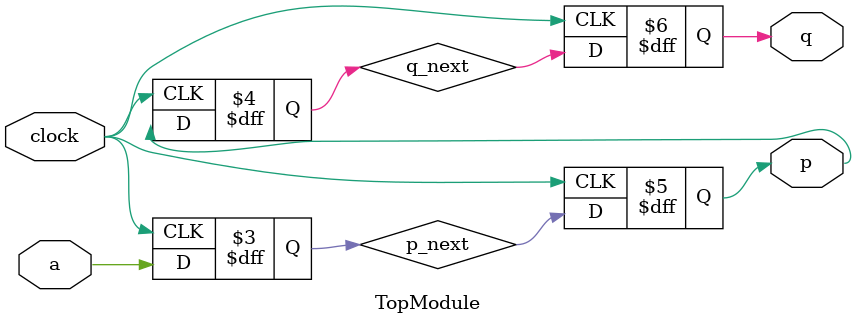
<source format=sv>

module TopModule(
    input clock,
    input a,
    output reg p,
    output reg q
);

reg p_next, q_next;

always @(posedge clock) begin
    p <= p_next;
    q <= q_next;
end

always @(posedge clock) begin
    p_next <= a;
    q_next <= p;
end

endmodule
</source>
